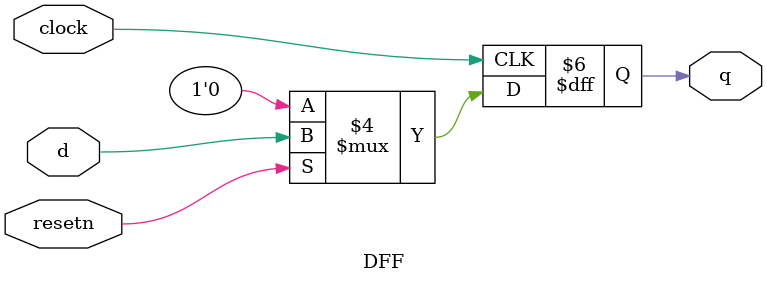
<source format=v>
module shiftreg6(i,o,clock,resetn);
	input i;
	input clock,resetn;
	output o;
	wire [4:0] c;
	
	DFF s0(i,clock,resetn,c[0]);
	DFF s1(c[0],clock,resetn,c[1]);
	DFF s2(c[1],clock,resetn,c[2]);
	DFF s3(c[2],clock,resetn,c[3]);
	DFF s4(c[3],clock,resetn,c[4]);
	DFF s5(c[4],clock,resetn,o);
	
endmodule
	
module DFF(d,clock,resetn,q);
	input d,resetn,clock;
	output reg q;
	always@(posedge clock)
	begin
		if(!resetn)
			q <= 0;
		else
			q <= d;
	end
endmodule

</source>
